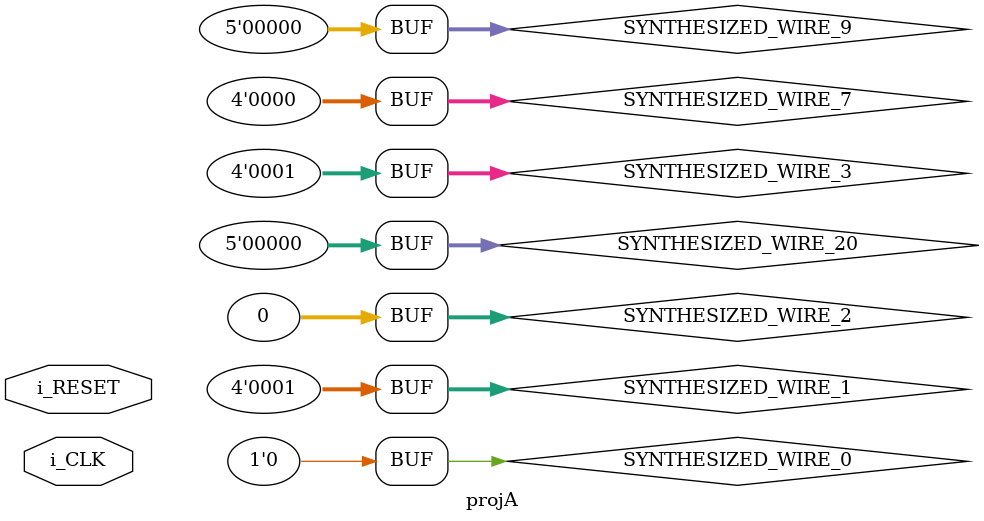
<source format=v>


module projA(
	i_CLK,
	i_RESET
);


input wire	i_CLK;
input wire	i_RESET;

wire	[3:0] ALU_op;
wire	[31:0] ALU_out;
wire	ALU_src;
wire	branch;
wire	[31:0] i_next_PC;
wire	[31:0] instruction;
wire	jump;
wire	mem_to_reg;
wire	mem_we;
wire	[31:0] o_PC;
wire	[31:0] o_pc_plus_4;
wire	register_we;
wire	[31:0] rs_data;
wire	[31:0] rt_data;
wire	SYNTHESIZED_WIRE_0;
wire	[0:3] SYNTHESIZED_WIRE_1;
wire	[0:31] SYNTHESIZED_WIRE_2;
wire	[0:3] SYNTHESIZED_WIRE_3;
wire	[31:0] SYNTHESIZED_WIRE_4;
wire	SYNTHESIZED_WIRE_5;
wire	[31:0] SYNTHESIZED_WIRE_21;
wire	[0:3] SYNTHESIZED_WIRE_7;
wire	[31:0] SYNTHESIZED_WIRE_8;
wire	[0:4] SYNTHESIZED_WIRE_9;
wire	SYNTHESIZED_WIRE_10;
wire	[31:0] SYNTHESIZED_WIRE_11;
wire	[31:0] SYNTHESIZED_WIRE_12;
wire	[31:0] SYNTHESIZED_WIRE_13;
wire	[31:0] SYNTHESIZED_WIRE_14;
wire	[31:0] SYNTHESIZED_WIRE_15;
wire	[4:0] SYNTHESIZED_WIRE_16;
wire	SYNTHESIZED_WIRE_17;
wire	[31:0] SYNTHESIZED_WIRE_19;
wire	[0:4] SYNTHESIZED_WIRE_20;

assign	SYNTHESIZED_WIRE_0 = 0;
assign	SYNTHESIZED_WIRE_1 = 1;
assign	SYNTHESIZED_WIRE_2 = 0;
assign	SYNTHESIZED_WIRE_3 = 1;
assign	SYNTHESIZED_WIRE_7 = 0;
assign	SYNTHESIZED_WIRE_9 = 0;
assign	SYNTHESIZED_WIRE_20 = 0;




PC_reg	b2v_inst(
	.CLK(i_CLK),
	.reset(i_RESET),
	.i_next_PC(i_next_PC),
	.o_PC(o_PC));


imem	b2v_inst1(
	.clock(i_CLK),
	.wren(SYNTHESIZED_WIRE_0),
	.address(o_PC[11:2]),
	.byteena(SYNTHESIZED_WIRE_1),
	.data(SYNTHESIZED_WIRE_2),
	.q(instruction));
	defparam	b2v_inst1.depth_exp_of_2 = 10;
	defparam	b2v_inst1.mif_filename = "imem.mif";


dmem	b2v_inst10(
	.clock(i_CLK),
	.wren(mem_we),
	.address(ALU_out[11:2]),
	.byteena(SYNTHESIZED_WIRE_3),
	.data(rt_data),
	.q(SYNTHESIZED_WIRE_4));
	defparam	b2v_inst10.depth_exp_of_2 = 10;
	defparam	b2v_inst10.mif_filename = "dmem.mif";



mux21_32bit	b2v_inst12(
	.i_sel(mem_to_reg),
	.i_0(ALU_out),
	.i_1(SYNTHESIZED_WIRE_4),
	.o_mux(SYNTHESIZED_WIRE_15));


sign_extender_16_32	b2v_inst13(
	.i_to_extend(instruction[15:0]),
	.o_extended(SYNTHESIZED_WIRE_21));


and_2	b2v_inst14(
	.i_A(branch),
	.i_B(SYNTHESIZED_WIRE_5),
	.o_F(SYNTHESIZED_WIRE_10));



sll_2	b2v_inst16(
	.i_to_shift(SYNTHESIZED_WIRE_21),
	.o_shifted(SYNTHESIZED_WIRE_8));


ALU	b2v_inst17(
	.ALU_OP(SYNTHESIZED_WIRE_7),
	.i_A(o_pc_plus_4),
	.i_B(SYNTHESIZED_WIRE_8),
	.shamt(SYNTHESIZED_WIRE_9),
	
	.ALU_out(SYNTHESIZED_WIRE_11));





mux21_32bit	b2v_inst26(
	.i_sel(SYNTHESIZED_WIRE_10),
	.i_0(o_pc_plus_4),
	.i_1(SYNTHESIZED_WIRE_11),
	.o_mux(SYNTHESIZED_WIRE_13));


mux21_32bit	b2v_inst27(
	.i_sel(jump),
	.i_0(SYNTHESIZED_WIRE_12),
	.i_1(SYNTHESIZED_WIRE_13),
	.o_mux(i_next_PC));




add4	b2v_inst30(
	.i_A(o_PC),
	.add4_out(o_pc_plus_4));


combine	b2v_inst32(
	.i_inst(SYNTHESIZED_WIRE_14),
	.i_next(o_pc_plus_4),
	.o_combined(SYNTHESIZED_WIRE_12));


main_control	b2v_inst33(
	.i_instruction(instruction),
	.o_reg_dest(SYNTHESIZED_WIRE_17),
	.o_jump(jump),
	.o_branch(branch),
	.o_mem_to_reg(mem_to_reg),
	.o_mem_write(mem_we),
	.o_ALU_src(ALU_src),
	.o_reg_write(register_we),
	.o_ALU_op(ALU_op));


sll_2_25bits	b2v_inst34(
	.i_to_shift(instruction[25:0]),
	.o_shifted(SYNTHESIZED_WIRE_14));


register_file	b2v_inst4(
	.CLK(i_CLK),
	.w_en(register_we),
	.reset(i_RESET),
	.rs_sel(instruction[25:21]),
	.rt_sel(instruction[20:16]),
	.w_data(SYNTHESIZED_WIRE_15),
	.w_sel(SYNTHESIZED_WIRE_16),
	.rs_data(rs_data),
	.rt_data(rt_data));


mux21_5bit	b2v_inst5(
	.i_sel(SYNTHESIZED_WIRE_17),
	.i_0(instruction[20:16]),
	.i_1(instruction[15:11]),
	.o_mux(SYNTHESIZED_WIRE_16));


mux21_32bit	b2v_inst7(
	.i_sel(ALU_src),
	.i_0(rt_data),
	.i_1(SYNTHESIZED_WIRE_21),
	.o_mux(SYNTHESIZED_WIRE_19));


ALU	b2v_inst8(
	.ALU_OP(ALU_op),
	.i_A(rs_data),
	.i_B(SYNTHESIZED_WIRE_19),
	.shamt(SYNTHESIZED_WIRE_20),
	.zero(SYNTHESIZED_WIRE_5),
	.ALU_out(ALU_out));



endmodule

</source>
